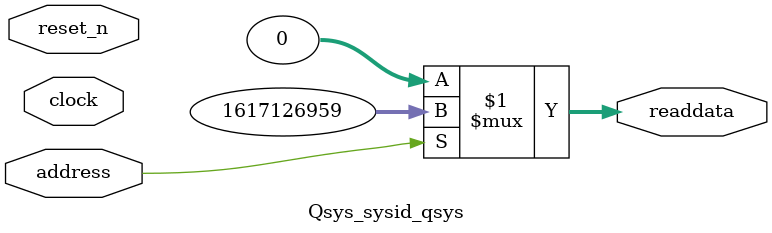
<source format=v>



// synthesis translate_off
`timescale 1ns / 1ps
// synthesis translate_on

// turn off superfluous verilog processor warnings 
// altera message_level Level1 
// altera message_off 10034 10035 10036 10037 10230 10240 10030 

module Qsys_sysid_qsys (
               // inputs:
                address,
                clock,
                reset_n,

               // outputs:
                readdata
             )
;

  output  [ 31: 0] readdata;
  input            address;
  input            clock;
  input            reset_n;

  wire    [ 31: 0] readdata;
  //control_slave, which is an e_avalon_slave
  assign readdata = address ? 1617126959 : 0;

endmodule



</source>
